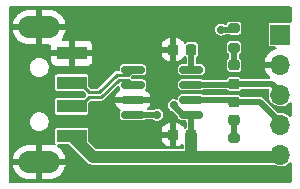
<source format=gtl>
%TF.GenerationSoftware,KiCad,Pcbnew,(6.0.4-0)*%
%TF.CreationDate,2022-04-26T17:29:11+08:00*%
%TF.ProjectId,usb-ttl,7573622d-7474-46c2-9e6b-696361645f70,rev?*%
%TF.SameCoordinates,Original*%
%TF.FileFunction,Copper,L1,Top*%
%TF.FilePolarity,Positive*%
%FSLAX46Y46*%
G04 Gerber Fmt 4.6, Leading zero omitted, Abs format (unit mm)*
G04 Created by KiCad (PCBNEW (6.0.4-0)) date 2022-04-26 17:29:11*
%MOMM*%
%LPD*%
G01*
G04 APERTURE LIST*
G04 Aperture macros list*
%AMRoundRect*
0 Rectangle with rounded corners*
0 $1 Rounding radius*
0 $2 $3 $4 $5 $6 $7 $8 $9 X,Y pos of 4 corners*
0 Add a 4 corners polygon primitive as box body*
4,1,4,$2,$3,$4,$5,$6,$7,$8,$9,$2,$3,0*
0 Add four circle primitives for the rounded corners*
1,1,$1+$1,$2,$3*
1,1,$1+$1,$4,$5*
1,1,$1+$1,$6,$7*
1,1,$1+$1,$8,$9*
0 Add four rect primitives between the rounded corners*
20,1,$1+$1,$2,$3,$4,$5,0*
20,1,$1+$1,$4,$5,$6,$7,0*
20,1,$1+$1,$6,$7,$8,$9,0*
20,1,$1+$1,$8,$9,$2,$3,0*%
G04 Aperture macros list end*
%TA.AperFunction,SMDPad,CuDef*%
%ADD10RoundRect,0.225000X0.225000X0.250000X-0.225000X0.250000X-0.225000X-0.250000X0.225000X-0.250000X0*%
%TD*%
%TA.AperFunction,SMDPad,CuDef*%
%ADD11RoundRect,0.218750X0.256250X-0.218750X0.256250X0.218750X-0.256250X0.218750X-0.256250X-0.218750X0*%
%TD*%
%TA.AperFunction,SMDPad,CuDef*%
%ADD12RoundRect,0.200000X-0.275000X0.200000X-0.275000X-0.200000X0.275000X-0.200000X0.275000X0.200000X0*%
%TD*%
%TA.AperFunction,SMDPad,CuDef*%
%ADD13RoundRect,0.218750X-0.256250X0.218750X-0.256250X-0.218750X0.256250X-0.218750X0.256250X0.218750X0*%
%TD*%
%TA.AperFunction,SMDPad,CuDef*%
%ADD14RoundRect,0.150000X-0.825000X-0.150000X0.825000X-0.150000X0.825000X0.150000X-0.825000X0.150000X0*%
%TD*%
%TA.AperFunction,SMDPad,CuDef*%
%ADD15RoundRect,0.200000X0.275000X-0.200000X0.275000X0.200000X-0.275000X0.200000X-0.275000X-0.200000X0*%
%TD*%
%TA.AperFunction,ComponentPad*%
%ADD16O,1.700000X1.700000*%
%TD*%
%TA.AperFunction,ComponentPad*%
%ADD17R,1.700000X1.700000*%
%TD*%
%TA.AperFunction,SMDPad,CuDef*%
%ADD18R,2.500000X1.100000*%
%TD*%
%TA.AperFunction,ComponentPad*%
%ADD19O,3.500000X1.900000*%
%TD*%
%TA.AperFunction,ViaPad*%
%ADD20C,0.700000*%
%TD*%
%TA.AperFunction,Conductor*%
%ADD21C,0.500000*%
%TD*%
%TA.AperFunction,Conductor*%
%ADD22C,1.000000*%
%TD*%
%TA.AperFunction,Conductor*%
%ADD23C,0.280000*%
%TD*%
G04 APERTURE END LIST*
D10*
%TO.P,C1,1*%
%TO.N,+5V*%
X175975000Y-95400000D03*
%TO.P,C1,2*%
%TO.N,GND*%
X174425000Y-95400000D03*
%TD*%
D11*
%TO.P,D2,1,K*%
%TO.N,/RXD*%
X179600000Y-91087500D03*
%TO.P,D2,2,A*%
%TO.N,Net-(D2-Pad2)*%
X179600000Y-89512500D03*
%TD*%
D12*
%TO.P,R2,1*%
%TO.N,+5V*%
X179600000Y-86375000D03*
%TO.P,R2,2*%
%TO.N,Net-(D2-Pad2)*%
X179600000Y-88025000D03*
%TD*%
D13*
%TO.P,D1,1,K*%
%TO.N,/TXD*%
X179600000Y-92612500D03*
%TO.P,D1,2,A*%
%TO.N,Net-(D1-Pad2)*%
X179600000Y-94187500D03*
%TD*%
D14*
%TO.P,U1,1,UD+*%
%TO.N,/D+*%
X171025000Y-89895000D03*
%TO.P,U1,2,UD-*%
%TO.N,/D-*%
X171025000Y-91165000D03*
%TO.P,U1,3,GND*%
%TO.N,GND*%
X171025000Y-92435000D03*
%TO.P,U1,4,~{RTS}*%
%TO.N,/RTS*%
X171025000Y-93705000D03*
%TO.P,U1,5,VCC*%
%TO.N,+5V*%
X175975000Y-93705000D03*
%TO.P,U1,6,TXD*%
%TO.N,/TXD*%
X175975000Y-92435000D03*
%TO.P,U1,7,RXD*%
%TO.N,/RXD*%
X175975000Y-91165000D03*
%TO.P,U1,8,V3*%
%TO.N,Net-(C2-Pad1)*%
X175975000Y-89895000D03*
%TD*%
D15*
%TO.P,R1,1*%
%TO.N,+5V*%
X179600000Y-97300000D03*
%TO.P,R1,2*%
%TO.N,Net-(D1-Pad2)*%
X179600000Y-95650000D03*
%TD*%
D16*
%TO.P,J2,5,Pin_5*%
%TO.N,+5V*%
X183525000Y-97080000D03*
%TO.P,J2,4,Pin_4*%
%TO.N,/TXD*%
X183525000Y-94540000D03*
%TO.P,J2,3,Pin_3*%
%TO.N,/RXD*%
X183525000Y-92000000D03*
%TO.P,J2,2,Pin_2*%
%TO.N,GND*%
X183525000Y-89460000D03*
D17*
%TO.P,J2,1,Pin_1*%
%TO.N,/RTS*%
X183525000Y-86920000D03*
%TD*%
D18*
%TO.P,J1,1,VBUS*%
%TO.N,+5V*%
X165850000Y-95500000D03*
%TO.P,J1,2,D-*%
%TO.N,/D-*%
X165850000Y-93000000D03*
%TO.P,J1,3,D+*%
%TO.N,/D+*%
X165850000Y-91000000D03*
%TO.P,J1,4,GND*%
%TO.N,GND*%
X165850000Y-88500000D03*
D19*
%TO.P,J1,5,Shield*%
X163100000Y-86300000D03*
X163100000Y-97700000D03*
%TD*%
D10*
%TO.P,C2,2*%
%TO.N,GND*%
X174425000Y-88200000D03*
%TO.P,C2,1*%
%TO.N,Net-(C2-Pad1)*%
X175975000Y-88200000D03*
%TD*%
D20*
%TO.N,+5V*%
X178500000Y-86500000D03*
X174500000Y-92900000D03*
%TO.N,/RTS*%
X173100000Y-93700000D03*
%TD*%
D21*
%TO.N,+5V*%
X178500000Y-86500000D02*
X179475000Y-86500000D01*
X179475000Y-86500000D02*
X179600000Y-86375000D01*
%TO.N,Net-(D1-Pad2)*%
X179600000Y-95650000D02*
X179600000Y-94187500D01*
%TO.N,Net-(D2-Pad2)*%
X179600000Y-89512500D02*
X179600000Y-88025000D01*
%TO.N,+5V*%
X174500000Y-92950500D02*
X175254500Y-93705000D01*
X175254500Y-93705000D02*
X175975000Y-93705000D01*
%TO.N,/RXD*%
X175975000Y-91165000D02*
X179622500Y-91165000D01*
X179622500Y-91165000D02*
X179700000Y-91087500D01*
X179700000Y-91087500D02*
X182812500Y-91087500D01*
X182812500Y-91087500D02*
X183725000Y-92000000D01*
%TO.N,Net-(C2-Pad1)*%
X175975000Y-88200000D02*
X175975000Y-89895000D01*
%TO.N,+5V*%
X179675000Y-86500000D02*
X179700000Y-86475000D01*
X175975000Y-95400000D02*
X175975000Y-93705000D01*
%TO.N,/RTS*%
X173095000Y-93705000D02*
X173100000Y-93700000D01*
X171025000Y-93705000D02*
X173095000Y-93705000D01*
D22*
%TO.N,+5V*%
X167650000Y-97300000D02*
X176000000Y-97300000D01*
X176000000Y-97300000D02*
X179700000Y-97300000D01*
X175975000Y-95400000D02*
X175975000Y-97275000D01*
X175975000Y-97275000D02*
X176000000Y-97300000D01*
X179700000Y-97300000D02*
X183505000Y-97300000D01*
X183505000Y-97300000D02*
X183725000Y-97080000D01*
X165850000Y-95500000D02*
X167650000Y-97300000D01*
D21*
%TO.N,/TXD*%
X179700000Y-92612500D02*
X181797500Y-92612500D01*
X181797500Y-92612500D02*
X183725000Y-94540000D01*
X175975000Y-92435000D02*
X179522500Y-92435000D01*
X179522500Y-92435000D02*
X179700000Y-92612500D01*
D23*
%TO.N,/D+*%
X167334000Y-91784000D02*
X168193588Y-91784000D01*
X169663589Y-90313999D02*
X170606001Y-90313999D01*
X165850000Y-91000000D02*
X166550000Y-91000000D01*
X170606001Y-90313999D02*
X171025000Y-89895000D01*
%TO.N,/D-*%
X165850000Y-93000000D02*
X166550000Y-93000000D01*
X167334000Y-92216000D02*
X168372532Y-92216000D01*
%TO.N,/D+*%
X168193588Y-91784000D02*
X169663589Y-90313999D01*
%TO.N,/D-*%
X166550000Y-93000000D02*
X167334000Y-92216000D01*
%TO.N,/D+*%
X166550000Y-91000000D02*
X167334000Y-91784000D01*
%TO.N,/D-*%
X168372532Y-92216000D02*
X169842531Y-90746001D01*
X169842531Y-90746001D02*
X170606001Y-90746001D01*
X170606001Y-90746001D02*
X171025000Y-91165000D01*
%TD*%
%TA.AperFunction,Conductor*%
%TO.N,GND*%
G36*
X184416621Y-84545502D02*
G01*
X184463114Y-84599158D01*
X184474500Y-84651500D01*
X184474500Y-85793500D01*
X184454498Y-85861621D01*
X184400842Y-85908114D01*
X184348500Y-85919500D01*
X182660180Y-85919500D01*
X182616278Y-85928233D01*
X182605960Y-85935127D01*
X182605958Y-85935128D01*
X182576815Y-85954601D01*
X182566496Y-85961496D01*
X182559601Y-85971815D01*
X182540128Y-86000958D01*
X182540127Y-86000960D01*
X182533233Y-86011278D01*
X182524500Y-86055180D01*
X182524500Y-87784820D01*
X182533233Y-87828722D01*
X182540127Y-87839040D01*
X182540128Y-87839042D01*
X182547644Y-87850290D01*
X182566496Y-87878504D01*
X182576815Y-87885399D01*
X182605958Y-87904872D01*
X182605960Y-87904873D01*
X182616278Y-87911767D01*
X182660180Y-87920500D01*
X183072703Y-87920500D01*
X183140824Y-87940502D01*
X183187317Y-87994158D01*
X183197421Y-88064432D01*
X183167927Y-88129012D01*
X183111848Y-88166265D01*
X183001868Y-88202212D01*
X182992359Y-88206209D01*
X182803463Y-88304542D01*
X182794738Y-88310036D01*
X182624433Y-88437905D01*
X182616726Y-88444748D01*
X182469590Y-88598717D01*
X182463104Y-88606727D01*
X182343098Y-88782649D01*
X182338000Y-88791623D01*
X182248338Y-88984783D01*
X182244775Y-88994470D01*
X182189389Y-89194183D01*
X182190912Y-89202607D01*
X182203292Y-89206000D01*
X183653000Y-89206000D01*
X183721121Y-89226002D01*
X183767614Y-89279658D01*
X183779000Y-89332000D01*
X183779000Y-89588000D01*
X183758998Y-89656121D01*
X183705342Y-89702614D01*
X183653000Y-89714000D01*
X182208225Y-89714000D01*
X182194694Y-89717973D01*
X182193257Y-89727966D01*
X182223565Y-89862446D01*
X182226645Y-89872275D01*
X182306770Y-90069603D01*
X182311413Y-90078794D01*
X182422694Y-90260388D01*
X182428777Y-90268699D01*
X182568213Y-90429667D01*
X182575579Y-90436881D01*
X182608310Y-90464055D01*
X182647946Y-90522958D01*
X182649444Y-90593939D01*
X182612330Y-90654462D01*
X182548386Y-90685311D01*
X182527826Y-90687000D01*
X180249000Y-90687000D01*
X180180879Y-90666998D01*
X180159982Y-90650173D01*
X180081009Y-90571337D01*
X180081008Y-90571336D01*
X180073640Y-90563981D01*
X180007416Y-90531610D01*
X179971984Y-90514290D01*
X179971983Y-90514290D01*
X179963199Y-90509996D01*
X179953524Y-90508585D01*
X179953522Y-90508584D01*
X179895778Y-90500160D01*
X179895772Y-90500160D01*
X179891251Y-90499500D01*
X179601111Y-90499500D01*
X179308750Y-90499501D01*
X179301963Y-90500500D01*
X179245862Y-90508757D01*
X179245861Y-90508757D01*
X179236175Y-90510183D01*
X179227387Y-90514498D01*
X179227386Y-90514498D01*
X179189845Y-90532930D01*
X179125829Y-90564361D01*
X179118476Y-90571727D01*
X179118473Y-90571729D01*
X179052612Y-90637705D01*
X179038981Y-90651360D01*
X179034409Y-90660714D01*
X179018219Y-90693834D01*
X178970333Y-90746250D01*
X178905019Y-90764500D01*
X177003261Y-90764500D01*
X176952313Y-90753740D01*
X176878993Y-90721325D01*
X176878992Y-90721325D01*
X176870327Y-90717494D01*
X176844646Y-90714500D01*
X175105354Y-90714500D01*
X175101650Y-90714941D01*
X175101647Y-90714941D01*
X175094254Y-90715821D01*
X175079154Y-90717618D01*
X175070514Y-90721456D01*
X175070513Y-90721456D01*
X174988117Y-90758055D01*
X174976847Y-90763061D01*
X174897759Y-90842287D01*
X174893056Y-90852924D01*
X174893055Y-90852926D01*
X174866735Y-90912462D01*
X174852494Y-90944673D01*
X174849500Y-90970354D01*
X174849500Y-91359646D01*
X174852618Y-91385846D01*
X174856456Y-91394486D01*
X174856456Y-91394487D01*
X174893138Y-91477070D01*
X174898061Y-91488153D01*
X174906294Y-91496372D01*
X174906295Y-91496373D01*
X174933610Y-91523640D01*
X174977287Y-91567241D01*
X174987924Y-91571944D01*
X174987926Y-91571945D01*
X175043584Y-91596551D01*
X175079673Y-91612506D01*
X175105354Y-91615500D01*
X176844646Y-91615500D01*
X176848350Y-91615059D01*
X176848353Y-91615059D01*
X176855746Y-91614179D01*
X176870846Y-91612382D01*
X176889821Y-91603954D01*
X176951968Y-91576349D01*
X177003116Y-91565500D01*
X179028635Y-91565500D01*
X179096756Y-91585502D01*
X179117654Y-91602328D01*
X179118599Y-91603271D01*
X179126360Y-91611019D01*
X179170962Y-91632821D01*
X179227591Y-91660502D01*
X179236801Y-91665004D01*
X179246476Y-91666415D01*
X179246478Y-91666416D01*
X179304222Y-91674840D01*
X179304228Y-91674840D01*
X179308749Y-91675500D01*
X179598889Y-91675500D01*
X179891250Y-91675499D01*
X179917710Y-91671604D01*
X179954138Y-91666243D01*
X179954139Y-91666243D01*
X179963825Y-91664817D01*
X179972613Y-91660502D01*
X179972614Y-91660502D01*
X180064826Y-91615227D01*
X180074171Y-91610639D01*
X180081524Y-91603273D01*
X180081527Y-91603271D01*
X180159679Y-91524982D01*
X180221962Y-91490903D01*
X180248852Y-91488000D01*
X182465581Y-91488000D01*
X182533702Y-91508002D01*
X182580195Y-91561658D01*
X182590299Y-91631932D01*
X182585683Y-91652099D01*
X182563984Y-91720502D01*
X182541628Y-91790978D01*
X182519757Y-91985963D01*
X182536175Y-92181483D01*
X182590258Y-92370091D01*
X182593076Y-92375574D01*
X182677123Y-92539113D01*
X182677126Y-92539117D01*
X182679944Y-92544601D01*
X182741597Y-92622388D01*
X182789804Y-92683211D01*
X182798013Y-92703491D01*
X182805725Y-92705169D01*
X182827003Y-92719803D01*
X182851511Y-92740661D01*
X182875451Y-92761035D01*
X182951238Y-92825535D01*
X182956616Y-92828541D01*
X182956618Y-92828542D01*
X182988480Y-92846349D01*
X183122513Y-92921257D01*
X183309118Y-92981889D01*
X183503946Y-93005121D01*
X183510081Y-93004649D01*
X183510083Y-93004649D01*
X183693434Y-92990541D01*
X183693438Y-92990540D01*
X183699576Y-92990068D01*
X183888556Y-92937303D01*
X184063689Y-92848837D01*
X184093515Y-92825535D01*
X184187427Y-92752163D01*
X184218303Y-92728040D01*
X184233590Y-92710330D01*
X184253118Y-92687707D01*
X184312771Y-92649209D01*
X184383767Y-92649073D01*
X184443567Y-92687343D01*
X184473183Y-92751867D01*
X184474500Y-92770037D01*
X184474500Y-93767289D01*
X184454498Y-93835410D01*
X184400842Y-93881903D01*
X184330568Y-93892007D01*
X184265988Y-93862513D01*
X184250856Y-93846923D01*
X184242253Y-93836374D01*
X184238361Y-93831602D01*
X184087180Y-93706535D01*
X183914585Y-93613213D01*
X183778853Y-93571197D01*
X183733039Y-93557015D01*
X183733036Y-93557014D01*
X183727152Y-93555193D01*
X183721027Y-93554549D01*
X183721026Y-93554549D01*
X183538147Y-93535327D01*
X183538146Y-93535327D01*
X183532019Y-93534683D01*
X183452898Y-93541884D01*
X183365371Y-93549849D01*
X183295717Y-93536104D01*
X183264856Y-93513463D01*
X182656245Y-92904852D01*
X182637773Y-92871025D01*
X182618362Y-92864389D01*
X182601963Y-92850570D01*
X182058409Y-92307016D01*
X182058405Y-92307013D01*
X182035842Y-92284450D01*
X182016246Y-92274465D01*
X181999393Y-92264139D01*
X181981590Y-92251204D01*
X181960666Y-92244405D01*
X181942406Y-92236841D01*
X181931641Y-92231356D01*
X181931637Y-92231355D01*
X181922804Y-92226854D01*
X181913013Y-92225303D01*
X181913012Y-92225303D01*
X181901078Y-92223413D01*
X181881853Y-92218797D01*
X181870368Y-92215065D01*
X181870364Y-92215064D01*
X181860933Y-92212000D01*
X180249000Y-92212000D01*
X180180879Y-92191998D01*
X180159982Y-92175173D01*
X180081009Y-92096337D01*
X180081008Y-92096336D01*
X180073640Y-92088981D01*
X179981687Y-92044033D01*
X179971984Y-92039290D01*
X179971983Y-92039290D01*
X179963199Y-92034996D01*
X179953524Y-92033585D01*
X179953522Y-92033584D01*
X179895778Y-92025160D01*
X179895772Y-92025160D01*
X179891251Y-92024500D01*
X179601111Y-92024500D01*
X179308750Y-92024501D01*
X179252644Y-92032759D01*
X179249940Y-92033157D01*
X179231592Y-92034500D01*
X177003261Y-92034500D01*
X176952313Y-92023740D01*
X176878993Y-91991325D01*
X176878992Y-91991325D01*
X176870327Y-91987494D01*
X176844646Y-91984500D01*
X175105354Y-91984500D01*
X175101650Y-91984941D01*
X175101647Y-91984941D01*
X175094254Y-91985821D01*
X175079154Y-91987618D01*
X175070514Y-91991456D01*
X175070513Y-91991456D01*
X174987482Y-92028337D01*
X174976847Y-92033061D01*
X174897759Y-92112287D01*
X174852494Y-92214673D01*
X174849500Y-92240354D01*
X174849500Y-92312882D01*
X174829498Y-92381003D01*
X174775842Y-92427496D01*
X174705568Y-92437600D01*
X174687398Y-92433599D01*
X174622207Y-92414103D01*
X174574739Y-92399907D01*
X174565763Y-92399852D01*
X174565762Y-92399852D01*
X174505555Y-92399484D01*
X174431376Y-92399031D01*
X174293529Y-92438428D01*
X174172280Y-92514930D01*
X174077377Y-92622388D01*
X174016447Y-92752163D01*
X174013664Y-92770037D01*
X173996770Y-92878544D01*
X173994391Y-92893823D01*
X173995555Y-92902725D01*
X173995555Y-92902728D01*
X174000293Y-92938960D01*
X174012980Y-93035979D01*
X174070720Y-93167203D01*
X174076497Y-93174076D01*
X174076498Y-93174077D01*
X174157190Y-93270072D01*
X174162970Y-93276948D01*
X174282313Y-93356390D01*
X174290879Y-93359066D01*
X174290881Y-93359067D01*
X174335884Y-93373126D01*
X174387407Y-93404299D01*
X174814144Y-93831036D01*
X174848170Y-93893348D01*
X174850166Y-93905241D01*
X174852618Y-93925846D01*
X174856456Y-93934486D01*
X174856456Y-93934487D01*
X174878295Y-93983653D01*
X174898061Y-94028153D01*
X174977287Y-94107241D01*
X174987924Y-94111944D01*
X174987926Y-94111945D01*
X175037870Y-94134025D01*
X175079673Y-94152506D01*
X175105354Y-94155500D01*
X175448500Y-94155500D01*
X175516621Y-94175502D01*
X175563114Y-94229158D01*
X175574500Y-94281500D01*
X175574500Y-94744795D01*
X175554498Y-94812916D01*
X175528342Y-94840417D01*
X175528387Y-94840462D01*
X175521032Y-94847830D01*
X175512551Y-94856325D01*
X175450268Y-94890403D01*
X175379448Y-94885398D01*
X175322576Y-94842900D01*
X175316236Y-94833608D01*
X175232212Y-94697827D01*
X175223176Y-94686426D01*
X175112571Y-94576014D01*
X175101160Y-94567002D01*
X174968120Y-94484996D01*
X174954939Y-94478849D01*
X174806186Y-94429509D01*
X174792810Y-94426642D01*
X174701903Y-94417328D01*
X174696874Y-94417071D01*
X174681876Y-94421475D01*
X174680671Y-94422865D01*
X174679000Y-94430548D01*
X174679000Y-96364885D01*
X174683475Y-96380124D01*
X174684865Y-96381329D01*
X174692548Y-96383000D01*
X174695438Y-96383000D01*
X174701953Y-96382663D01*
X174794057Y-96373106D01*
X174807456Y-96370212D01*
X174956107Y-96320619D01*
X174969286Y-96314445D01*
X175102173Y-96232212D01*
X175119311Y-96218629D01*
X175121159Y-96220961D01*
X175171584Y-96193356D01*
X175242405Y-96198345D01*
X175299287Y-96240830D01*
X175324169Y-96307324D01*
X175324500Y-96316448D01*
X175324500Y-96523500D01*
X175304498Y-96591621D01*
X175250842Y-96638114D01*
X175198500Y-96649500D01*
X167971636Y-96649500D01*
X167903515Y-96629498D01*
X167882541Y-96612595D01*
X167287405Y-96017459D01*
X167253379Y-95955147D01*
X167250500Y-95928364D01*
X167250500Y-95695438D01*
X173467000Y-95695438D01*
X173467337Y-95701953D01*
X173476894Y-95794057D01*
X173479788Y-95807456D01*
X173529381Y-95956107D01*
X173535555Y-95969286D01*
X173617788Y-96102173D01*
X173626824Y-96113574D01*
X173737429Y-96223986D01*
X173748840Y-96232998D01*
X173881880Y-96315004D01*
X173895061Y-96321151D01*
X174043814Y-96370491D01*
X174057190Y-96373358D01*
X174148097Y-96382672D01*
X174153126Y-96382929D01*
X174168124Y-96378525D01*
X174169329Y-96377135D01*
X174171000Y-96369452D01*
X174171000Y-95672115D01*
X174166525Y-95656876D01*
X174165135Y-95655671D01*
X174157452Y-95654000D01*
X173485115Y-95654000D01*
X173469876Y-95658475D01*
X173468671Y-95659865D01*
X173467000Y-95667548D01*
X173467000Y-95695438D01*
X167250500Y-95695438D01*
X167250500Y-95127885D01*
X173467000Y-95127885D01*
X173471475Y-95143124D01*
X173472865Y-95144329D01*
X173480548Y-95146000D01*
X174152885Y-95146000D01*
X174168124Y-95141525D01*
X174169329Y-95140135D01*
X174171000Y-95132452D01*
X174171000Y-94435115D01*
X174166525Y-94419876D01*
X174165135Y-94418671D01*
X174157452Y-94417000D01*
X174154562Y-94417000D01*
X174148047Y-94417337D01*
X174055943Y-94426894D01*
X174042544Y-94429788D01*
X173893893Y-94479381D01*
X173880714Y-94485555D01*
X173747827Y-94567788D01*
X173736426Y-94576824D01*
X173626014Y-94687429D01*
X173617002Y-94698840D01*
X173534996Y-94831880D01*
X173528849Y-94845061D01*
X173479509Y-94993814D01*
X173476642Y-95007190D01*
X173467328Y-95098097D01*
X173467000Y-95104514D01*
X173467000Y-95127885D01*
X167250500Y-95127885D01*
X167250500Y-94935180D01*
X167241767Y-94891278D01*
X167234873Y-94880960D01*
X167234872Y-94880958D01*
X167215399Y-94851815D01*
X167208504Y-94841496D01*
X167194113Y-94831880D01*
X167169042Y-94815128D01*
X167169040Y-94815127D01*
X167158722Y-94808233D01*
X167114820Y-94799500D01*
X164585180Y-94799500D01*
X164541278Y-94808233D01*
X164530960Y-94815127D01*
X164530958Y-94815128D01*
X164505887Y-94831880D01*
X164491496Y-94841496D01*
X164484601Y-94851815D01*
X164465128Y-94880958D01*
X164465127Y-94880960D01*
X164458233Y-94891278D01*
X164449500Y-94935180D01*
X164449500Y-96064820D01*
X164458233Y-96108722D01*
X164465128Y-96119042D01*
X164469876Y-96130503D01*
X164466831Y-96131764D01*
X164482049Y-96180372D01*
X164463263Y-96248838D01*
X164410444Y-96296279D01*
X164340361Y-96307633D01*
X164322397Y-96304033D01*
X164179121Y-96264299D01*
X164169001Y-96262368D01*
X163981748Y-96242356D01*
X163975056Y-96242000D01*
X163372115Y-96242000D01*
X163356876Y-96246475D01*
X163355671Y-96247865D01*
X163354000Y-96255548D01*
X163354000Y-97427885D01*
X163358475Y-97443124D01*
X163359865Y-97444329D01*
X163367548Y-97446000D01*
X165318067Y-97446000D01*
X165331411Y-97442082D01*
X165333398Y-97427806D01*
X165323950Y-97366067D01*
X165321561Y-97356039D01*
X165250290Y-97137984D01*
X165246293Y-97128475D01*
X165140367Y-96924993D01*
X165134873Y-96916268D01*
X164997131Y-96732813D01*
X164990288Y-96725106D01*
X164824431Y-96566609D01*
X164816425Y-96560126D01*
X164626530Y-96430589D01*
X164581527Y-96375677D01*
X164573356Y-96305152D01*
X164604610Y-96241405D01*
X164665367Y-96204675D01*
X164697534Y-96200500D01*
X165578364Y-96200500D01*
X165646485Y-96220502D01*
X165667459Y-96237405D01*
X167132752Y-97702698D01*
X167140593Y-97711315D01*
X167144798Y-97717940D01*
X167150577Y-97723367D01*
X167150578Y-97723368D01*
X167195816Y-97765849D01*
X167198658Y-97768604D01*
X167218965Y-97788911D01*
X167222096Y-97791340D01*
X167222102Y-97791345D01*
X167222377Y-97791558D01*
X167231390Y-97799255D01*
X167264607Y-97830448D01*
X167271554Y-97834267D01*
X167283066Y-97840596D01*
X167299590Y-97851450D01*
X167316236Y-97864362D01*
X167350681Y-97879268D01*
X167358041Y-97882453D01*
X167368700Y-97887675D01*
X167401686Y-97905809D01*
X167401690Y-97905810D01*
X167408632Y-97909627D01*
X167416305Y-97911597D01*
X167416307Y-97911598D01*
X167429036Y-97914866D01*
X167447740Y-97921270D01*
X167459793Y-97926486D01*
X167459802Y-97926489D01*
X167467073Y-97929635D01*
X167474901Y-97930875D01*
X167474902Y-97930875D01*
X167512067Y-97936761D01*
X167523693Y-97939169D01*
X167560146Y-97948529D01*
X167560147Y-97948529D01*
X167567823Y-97950500D01*
X167588890Y-97950500D01*
X167608602Y-97952051D01*
X167629405Y-97955346D01*
X167637297Y-97954600D01*
X167674756Y-97951059D01*
X167686614Y-97950500D01*
X175938890Y-97950500D01*
X175958602Y-97952051D01*
X175979405Y-97955346D01*
X175987297Y-97954600D01*
X176024756Y-97951059D01*
X176036614Y-97950500D01*
X182998874Y-97950500D01*
X183060344Y-97966512D01*
X183070511Y-97972194D01*
X183122513Y-98001257D01*
X183309118Y-98061889D01*
X183503946Y-98085121D01*
X183510081Y-98084649D01*
X183510083Y-98084649D01*
X183693434Y-98070541D01*
X183693438Y-98070540D01*
X183699576Y-98070068D01*
X183888556Y-98017303D01*
X184063689Y-97928837D01*
X184073375Y-97921270D01*
X184184734Y-97834267D01*
X184218303Y-97808040D01*
X184225878Y-97799264D01*
X184253118Y-97767707D01*
X184312771Y-97729209D01*
X184383767Y-97729073D01*
X184443567Y-97767343D01*
X184473183Y-97831867D01*
X184474500Y-97850037D01*
X184474500Y-99348500D01*
X184454498Y-99416621D01*
X184400842Y-99463114D01*
X184348500Y-99474500D01*
X160651500Y-99474500D01*
X160583379Y-99454498D01*
X160536886Y-99400842D01*
X160525500Y-99348500D01*
X160525500Y-97972194D01*
X160866602Y-97972194D01*
X160876050Y-98033933D01*
X160878439Y-98043961D01*
X160949710Y-98262016D01*
X160953707Y-98271525D01*
X161059633Y-98475007D01*
X161065127Y-98483732D01*
X161202869Y-98667187D01*
X161209712Y-98674894D01*
X161375569Y-98833391D01*
X161383575Y-98839874D01*
X161573094Y-98969155D01*
X161582053Y-98974244D01*
X161790145Y-99070837D01*
X161799813Y-99074394D01*
X162020879Y-99135701D01*
X162030999Y-99137632D01*
X162218252Y-99157644D01*
X162224944Y-99158000D01*
X162827885Y-99158000D01*
X162843124Y-99153525D01*
X162844329Y-99152135D01*
X162846000Y-99144452D01*
X162846000Y-99139885D01*
X163354000Y-99139885D01*
X163358475Y-99155124D01*
X163359865Y-99156329D01*
X163367548Y-99158000D01*
X163958190Y-99158000D01*
X163963363Y-99157788D01*
X164133794Y-99143776D01*
X164143956Y-99142093D01*
X164366461Y-99086204D01*
X164376216Y-99082883D01*
X164586590Y-98991409D01*
X164595688Y-98986531D01*
X164788301Y-98861925D01*
X164796461Y-98855641D01*
X164966149Y-98701237D01*
X164973170Y-98693707D01*
X165115356Y-98513668D01*
X165121061Y-98505081D01*
X165231926Y-98304250D01*
X165236156Y-98294838D01*
X165312736Y-98078584D01*
X165315365Y-98068634D01*
X165332607Y-97971836D01*
X165331148Y-97958540D01*
X165316592Y-97954000D01*
X163372115Y-97954000D01*
X163356876Y-97958475D01*
X163355671Y-97959865D01*
X163354000Y-97967548D01*
X163354000Y-99139885D01*
X162846000Y-99139885D01*
X162846000Y-97972115D01*
X162841525Y-97956876D01*
X162840135Y-97955671D01*
X162832452Y-97954000D01*
X160881933Y-97954000D01*
X160868589Y-97957918D01*
X160866602Y-97972194D01*
X160525500Y-97972194D01*
X160525500Y-97428164D01*
X160867393Y-97428164D01*
X160868852Y-97441460D01*
X160883408Y-97446000D01*
X162827885Y-97446000D01*
X162843124Y-97441525D01*
X162844329Y-97440135D01*
X162846000Y-97432452D01*
X162846000Y-96260115D01*
X162841525Y-96244876D01*
X162840135Y-96243671D01*
X162832452Y-96242000D01*
X162241810Y-96242000D01*
X162236637Y-96242212D01*
X162066206Y-96256224D01*
X162056044Y-96257907D01*
X161833539Y-96313796D01*
X161823784Y-96317117D01*
X161613410Y-96408591D01*
X161604312Y-96413469D01*
X161411699Y-96538075D01*
X161403539Y-96544359D01*
X161233851Y-96698763D01*
X161226830Y-96706293D01*
X161084644Y-96886332D01*
X161078939Y-96894919D01*
X160968074Y-97095750D01*
X160963844Y-97105162D01*
X160887264Y-97321416D01*
X160884635Y-97331366D01*
X160867393Y-97428164D01*
X160525500Y-97428164D01*
X160525500Y-94294376D01*
X162294455Y-94294376D01*
X162295191Y-94301379D01*
X162295191Y-94301380D01*
X162310371Y-94445808D01*
X162313227Y-94472983D01*
X162315498Y-94479654D01*
X162367200Y-94631527D01*
X162371103Y-94642993D01*
X162465206Y-94795955D01*
X162470132Y-94800986D01*
X162470135Y-94800989D01*
X162519908Y-94851815D01*
X162590859Y-94924268D01*
X162596784Y-94928087D01*
X162596786Y-94928088D01*
X162607791Y-94935180D01*
X162741817Y-95021554D01*
X162748437Y-95023963D01*
X162748440Y-95023965D01*
X162903961Y-95080570D01*
X162903964Y-95080571D01*
X162910578Y-95082978D01*
X162937121Y-95086331D01*
X163045355Y-95100004D01*
X163045358Y-95100004D01*
X163049283Y-95100500D01*
X163145155Y-95100500D01*
X163278472Y-95085546D01*
X163285847Y-95082978D01*
X163401739Y-95042620D01*
X163448073Y-95026485D01*
X163455965Y-95021554D01*
X163594401Y-94935049D01*
X163600375Y-94931316D01*
X163684446Y-94847830D01*
X163722810Y-94809733D01*
X163722813Y-94809729D01*
X163727807Y-94804770D01*
X163824037Y-94653136D01*
X163837871Y-94614286D01*
X163881919Y-94490586D01*
X163881920Y-94490581D01*
X163884281Y-94483951D01*
X163885114Y-94476965D01*
X163885115Y-94476961D01*
X163902522Y-94330978D01*
X163905545Y-94305624D01*
X163903010Y-94281500D01*
X163887510Y-94134025D01*
X163887509Y-94134021D01*
X163886773Y-94127017D01*
X163857040Y-94039676D01*
X163831168Y-93963677D01*
X163831167Y-93963674D01*
X163828897Y-93957007D01*
X163734794Y-93804045D01*
X163729868Y-93799014D01*
X163729865Y-93799011D01*
X163643154Y-93710465D01*
X163609141Y-93675732D01*
X163602322Y-93671337D01*
X163464109Y-93582265D01*
X163458183Y-93578446D01*
X163451563Y-93576037D01*
X163451560Y-93576035D01*
X163420747Y-93564820D01*
X164449500Y-93564820D01*
X164458233Y-93608722D01*
X164465127Y-93619040D01*
X164465128Y-93619042D01*
X164484601Y-93648185D01*
X164491496Y-93658504D01*
X164501815Y-93665399D01*
X164530958Y-93684872D01*
X164530960Y-93684873D01*
X164541278Y-93691767D01*
X164585180Y-93700500D01*
X167114820Y-93700500D01*
X167158722Y-93691767D01*
X167169040Y-93684873D01*
X167169042Y-93684872D01*
X167198185Y-93665399D01*
X167208504Y-93658504D01*
X167215399Y-93648185D01*
X167234872Y-93619042D01*
X167234873Y-93619040D01*
X167241767Y-93608722D01*
X167250500Y-93564820D01*
X167250500Y-92762520D01*
X167268602Y-92700871D01*
X169548456Y-92700871D01*
X169589107Y-92840790D01*
X169595352Y-92855221D01*
X169671911Y-92984678D01*
X169681551Y-92997104D01*
X169787896Y-93103449D01*
X169800322Y-93113089D01*
X169922403Y-93185286D01*
X169970855Y-93237179D01*
X169983561Y-93307029D01*
X169962228Y-93364927D01*
X169955981Y-93374051D01*
X169947759Y-93382287D01*
X169902494Y-93484673D01*
X169899500Y-93510354D01*
X169899500Y-93899646D01*
X169902618Y-93925846D01*
X169906456Y-93934486D01*
X169906456Y-93934487D01*
X169928295Y-93983653D01*
X169948061Y-94028153D01*
X170027287Y-94107241D01*
X170037924Y-94111944D01*
X170037926Y-94111945D01*
X170087870Y-94134025D01*
X170129673Y-94152506D01*
X170155354Y-94155500D01*
X171894646Y-94155500D01*
X171898350Y-94155059D01*
X171898353Y-94155059D01*
X171905746Y-94154179D01*
X171920846Y-94152382D01*
X171939821Y-94143954D01*
X172001968Y-94116349D01*
X172053116Y-94105500D01*
X172767761Y-94105500D01*
X172837580Y-94126613D01*
X172872448Y-94149823D01*
X172882313Y-94156390D01*
X173019157Y-94199142D01*
X173028129Y-94199306D01*
X173028132Y-94199307D01*
X173093463Y-94200504D01*
X173162499Y-94201770D01*
X173171533Y-94199307D01*
X173292158Y-94166421D01*
X173292160Y-94166420D01*
X173300817Y-94164060D01*
X173422991Y-94089045D01*
X173478506Y-94027713D01*
X173513178Y-93989407D01*
X173519200Y-93982754D01*
X173562517Y-93893348D01*
X173577795Y-93861814D01*
X173577795Y-93861813D01*
X173581710Y-93853733D01*
X173605496Y-93712354D01*
X173605647Y-93700000D01*
X173593218Y-93613213D01*
X173586596Y-93566968D01*
X173586595Y-93566965D01*
X173585323Y-93558082D01*
X173525984Y-93427572D01*
X173505931Y-93404299D01*
X173438260Y-93325763D01*
X173438257Y-93325760D01*
X173432400Y-93318963D01*
X173312095Y-93240985D01*
X173174739Y-93199907D01*
X173165763Y-93199852D01*
X173165762Y-93199852D01*
X173105555Y-93199484D01*
X173031376Y-93199031D01*
X172893529Y-93238428D01*
X172843376Y-93270072D01*
X172819618Y-93285062D01*
X172752383Y-93304500D01*
X172365243Y-93304500D01*
X172297122Y-93284498D01*
X172250629Y-93230842D01*
X172240525Y-93160568D01*
X172270019Y-93095988D01*
X172276148Y-93089405D01*
X172368449Y-92997104D01*
X172378089Y-92984678D01*
X172454648Y-92855221D01*
X172460893Y-92840790D01*
X172499939Y-92706395D01*
X172499899Y-92692294D01*
X172492630Y-92689000D01*
X169563122Y-92689000D01*
X169549591Y-92692973D01*
X169548456Y-92700871D01*
X167268602Y-92700871D01*
X167270502Y-92694399D01*
X167287405Y-92673425D01*
X167417425Y-92543405D01*
X167479737Y-92509379D01*
X167506520Y-92506500D01*
X168322080Y-92506500D01*
X168324442Y-92506674D01*
X168329360Y-92508362D01*
X168340982Y-92507926D01*
X168340984Y-92507926D01*
X168376586Y-92506589D01*
X168381313Y-92506500D01*
X168399551Y-92506500D01*
X168404174Y-92505639D01*
X168407310Y-92505436D01*
X168437504Y-92504302D01*
X168448192Y-92499710D01*
X168453898Y-92498424D01*
X168462018Y-92495957D01*
X168467484Y-92493848D01*
X168478923Y-92491718D01*
X168488824Y-92485615D01*
X168488826Y-92485614D01*
X168498948Y-92479374D01*
X168515329Y-92470865D01*
X168528767Y-92465092D01*
X168528769Y-92465091D01*
X168536936Y-92461582D01*
X168541656Y-92457705D01*
X168543847Y-92455514D01*
X168546111Y-92453461D01*
X168546303Y-92453673D01*
X168553355Y-92448098D01*
X168561144Y-92441035D01*
X168571047Y-92434931D01*
X168578087Y-92425673D01*
X168578089Y-92425671D01*
X168586885Y-92414103D01*
X168598086Y-92401275D01*
X169688333Y-91311028D01*
X169750645Y-91277002D01*
X169821460Y-91282067D01*
X169878296Y-91324614D01*
X169895747Y-91368235D01*
X169898995Y-91367342D01*
X169901501Y-91376459D01*
X169902618Y-91385846D01*
X169906456Y-91394486D01*
X169906456Y-91394487D01*
X169943138Y-91477070D01*
X169948061Y-91488153D01*
X169956296Y-91496374D01*
X169962138Y-91504874D01*
X169984237Y-91572343D01*
X169966351Y-91641050D01*
X169922436Y-91684694D01*
X169800323Y-91756911D01*
X169787896Y-91766551D01*
X169681551Y-91872896D01*
X169671911Y-91885322D01*
X169595352Y-92014779D01*
X169589107Y-92029210D01*
X169550061Y-92163605D01*
X169550101Y-92177706D01*
X169557370Y-92181000D01*
X172486878Y-92181000D01*
X172500409Y-92177027D01*
X172501544Y-92169129D01*
X172460893Y-92029210D01*
X172454648Y-92014779D01*
X172378089Y-91885322D01*
X172368449Y-91872896D01*
X172262104Y-91766551D01*
X172249678Y-91756911D01*
X172127597Y-91684714D01*
X172079145Y-91632821D01*
X172066439Y-91562971D01*
X172087772Y-91505073D01*
X172094019Y-91495949D01*
X172102241Y-91487713D01*
X172147506Y-91385327D01*
X172150500Y-91359646D01*
X172150500Y-90970354D01*
X172147382Y-90944154D01*
X172101939Y-90841847D01*
X172022713Y-90762759D01*
X172012076Y-90758056D01*
X172012074Y-90758055D01*
X171940028Y-90726204D01*
X171920327Y-90717494D01*
X171894646Y-90714500D01*
X171037519Y-90714500D01*
X170969398Y-90694498D01*
X170948424Y-90677595D01*
X170889924Y-90619095D01*
X170855898Y-90556783D01*
X170860963Y-90485968D01*
X170889924Y-90440905D01*
X170948424Y-90382405D01*
X171010736Y-90348379D01*
X171037519Y-90345500D01*
X171894646Y-90345500D01*
X171898350Y-90345059D01*
X171898353Y-90345059D01*
X171905746Y-90344179D01*
X171920846Y-90342382D01*
X171945760Y-90331316D01*
X172012518Y-90301663D01*
X172023153Y-90296939D01*
X172102241Y-90217713D01*
X172107964Y-90204770D01*
X172143675Y-90123992D01*
X172147506Y-90115327D01*
X172150500Y-90089646D01*
X172150500Y-89700354D01*
X172147382Y-89674154D01*
X172101939Y-89571847D01*
X172022713Y-89492759D01*
X172012076Y-89488056D01*
X172012074Y-89488055D01*
X171952538Y-89461735D01*
X171920327Y-89447494D01*
X171894646Y-89444500D01*
X170155354Y-89444500D01*
X170151650Y-89444941D01*
X170151647Y-89444941D01*
X170144254Y-89445821D01*
X170129154Y-89447618D01*
X170026847Y-89493061D01*
X170018628Y-89501294D01*
X170018627Y-89501295D01*
X169996921Y-89523039D01*
X169947759Y-89572287D01*
X169902494Y-89674673D01*
X169899500Y-89700354D01*
X169899500Y-89897499D01*
X169879498Y-89965620D01*
X169825842Y-90012113D01*
X169773500Y-90023499D01*
X169714039Y-90023499D01*
X169711678Y-90023326D01*
X169706760Y-90021637D01*
X169659603Y-90023408D01*
X169659546Y-90023410D01*
X169654818Y-90023499D01*
X169636570Y-90023499D01*
X169631947Y-90024360D01*
X169628792Y-90024565D01*
X169624238Y-90024736D01*
X169610241Y-90025261D01*
X169610239Y-90025262D01*
X169598617Y-90025698D01*
X169587931Y-90030289D01*
X169582216Y-90031577D01*
X169574081Y-90034049D01*
X169568633Y-90036151D01*
X169557198Y-90038281D01*
X169547298Y-90044384D01*
X169547295Y-90044385D01*
X169537174Y-90050624D01*
X169520794Y-90059133D01*
X169507362Y-90064904D01*
X169499185Y-90068417D01*
X169494465Y-90072294D01*
X169492278Y-90074481D01*
X169490010Y-90076538D01*
X169489818Y-90076326D01*
X169482766Y-90081901D01*
X169474977Y-90088964D01*
X169465074Y-90095068D01*
X169458034Y-90104326D01*
X169458032Y-90104328D01*
X169449236Y-90115896D01*
X169438035Y-90128724D01*
X168110164Y-91456595D01*
X168047852Y-91490621D01*
X168021069Y-91493500D01*
X167506519Y-91493500D01*
X167438398Y-91473498D01*
X167417424Y-91456595D01*
X167287405Y-91326576D01*
X167253379Y-91264264D01*
X167250500Y-91237481D01*
X167250500Y-90435180D01*
X167241767Y-90391278D01*
X167234873Y-90380960D01*
X167234872Y-90380958D01*
X167215399Y-90351815D01*
X167208504Y-90341496D01*
X167198185Y-90334601D01*
X167169042Y-90315128D01*
X167169040Y-90315127D01*
X167158722Y-90308233D01*
X167114820Y-90299500D01*
X164585180Y-90299500D01*
X164541278Y-90308233D01*
X164530960Y-90315127D01*
X164530958Y-90315128D01*
X164501815Y-90334601D01*
X164491496Y-90341496D01*
X164484601Y-90351815D01*
X164465128Y-90380958D01*
X164465127Y-90380960D01*
X164458233Y-90391278D01*
X164449500Y-90435180D01*
X164449500Y-91564820D01*
X164458233Y-91608722D01*
X164465127Y-91619040D01*
X164465128Y-91619042D01*
X164484601Y-91648185D01*
X164491496Y-91658504D01*
X164501815Y-91665399D01*
X164530958Y-91684872D01*
X164530960Y-91684873D01*
X164541278Y-91691767D01*
X164585180Y-91700500D01*
X166787480Y-91700500D01*
X166855601Y-91720502D01*
X166876575Y-91737405D01*
X167050076Y-91910906D01*
X167084102Y-91973218D01*
X167079037Y-92044033D01*
X167050080Y-92089091D01*
X166876574Y-92262597D01*
X166814264Y-92296621D01*
X166787481Y-92299500D01*
X164585180Y-92299500D01*
X164541278Y-92308233D01*
X164530960Y-92315127D01*
X164530958Y-92315128D01*
X164501815Y-92334601D01*
X164491496Y-92341496D01*
X164484601Y-92351815D01*
X164465128Y-92380958D01*
X164465127Y-92380960D01*
X164458233Y-92391278D01*
X164449500Y-92435180D01*
X164449500Y-93564820D01*
X163420747Y-93564820D01*
X163296039Y-93519430D01*
X163296036Y-93519429D01*
X163289422Y-93517022D01*
X163232692Y-93509856D01*
X163154645Y-93499996D01*
X163154642Y-93499996D01*
X163150717Y-93499500D01*
X163054845Y-93499500D01*
X162921528Y-93514454D01*
X162914875Y-93516771D01*
X162914874Y-93516771D01*
X162859357Y-93536104D01*
X162751927Y-93573515D01*
X162745953Y-93577248D01*
X162745951Y-93577249D01*
X162632430Y-93648185D01*
X162599625Y-93668684D01*
X162550821Y-93717149D01*
X162477190Y-93790267D01*
X162477187Y-93790271D01*
X162472193Y-93795230D01*
X162468419Y-93801176D01*
X162468418Y-93801178D01*
X162446694Y-93835410D01*
X162375963Y-93946864D01*
X162373598Y-93953506D01*
X162318081Y-94109414D01*
X162318080Y-94109419D01*
X162315719Y-94116049D01*
X162314886Y-94123035D01*
X162314885Y-94123039D01*
X162306130Y-94196464D01*
X162294455Y-94294376D01*
X160525500Y-94294376D01*
X160525500Y-89694376D01*
X162294455Y-89694376D01*
X162295191Y-89701379D01*
X162295191Y-89701380D01*
X162312120Y-89862446D01*
X162313227Y-89872983D01*
X162315498Y-89879654D01*
X162367217Y-90031577D01*
X162371103Y-90042993D01*
X162374793Y-90048991D01*
X162374794Y-90048993D01*
X162406481Y-90100499D01*
X162465206Y-90195955D01*
X162470132Y-90200986D01*
X162470135Y-90200989D01*
X162494574Y-90225945D01*
X162590859Y-90324268D01*
X162596784Y-90328087D01*
X162596786Y-90328088D01*
X162735891Y-90417735D01*
X162741817Y-90421554D01*
X162748437Y-90423963D01*
X162748440Y-90423965D01*
X162903961Y-90480570D01*
X162903964Y-90480571D01*
X162910578Y-90482978D01*
X162937121Y-90486331D01*
X163045355Y-90500004D01*
X163045358Y-90500004D01*
X163049283Y-90500500D01*
X163145155Y-90500500D01*
X163278472Y-90485546D01*
X163285847Y-90482978D01*
X163406664Y-90440905D01*
X163448073Y-90426485D01*
X163455965Y-90421554D01*
X163594401Y-90335049D01*
X163600375Y-90331316D01*
X163706484Y-90225945D01*
X163722810Y-90209733D01*
X163722813Y-90209729D01*
X163727807Y-90204770D01*
X163824037Y-90053136D01*
X163858438Y-89956527D01*
X163881919Y-89890586D01*
X163881920Y-89890581D01*
X163884281Y-89883951D01*
X163885114Y-89876965D01*
X163885115Y-89876961D01*
X163904711Y-89712617D01*
X163905545Y-89705624D01*
X163904809Y-89698620D01*
X163887510Y-89534025D01*
X163887509Y-89534021D01*
X163886773Y-89527017D01*
X163875801Y-89494786D01*
X163831168Y-89363677D01*
X163831167Y-89363674D01*
X163828897Y-89357007D01*
X163734794Y-89204045D01*
X163729868Y-89199014D01*
X163729865Y-89199011D01*
X163627685Y-89094669D01*
X164092001Y-89094669D01*
X164092371Y-89101490D01*
X164097895Y-89152352D01*
X164101521Y-89167604D01*
X164146676Y-89288054D01*
X164155214Y-89303649D01*
X164231715Y-89405724D01*
X164244276Y-89418285D01*
X164346351Y-89494786D01*
X164361946Y-89503324D01*
X164482394Y-89548478D01*
X164497649Y-89552105D01*
X164548514Y-89557631D01*
X164555328Y-89558000D01*
X165577885Y-89558000D01*
X165593124Y-89553525D01*
X165594329Y-89552135D01*
X165596000Y-89544452D01*
X165596000Y-89539884D01*
X166104000Y-89539884D01*
X166108475Y-89555123D01*
X166109865Y-89556328D01*
X166117548Y-89557999D01*
X167144669Y-89557999D01*
X167151490Y-89557629D01*
X167202352Y-89552105D01*
X167217604Y-89548479D01*
X167338054Y-89503324D01*
X167353649Y-89494786D01*
X167455724Y-89418285D01*
X167468285Y-89405724D01*
X167544786Y-89303649D01*
X167553324Y-89288054D01*
X167598478Y-89167606D01*
X167602105Y-89152351D01*
X167607631Y-89101486D01*
X167608000Y-89094672D01*
X167608000Y-88772115D01*
X167603525Y-88756876D01*
X167602135Y-88755671D01*
X167594452Y-88754000D01*
X166122115Y-88754000D01*
X166106876Y-88758475D01*
X166105671Y-88759865D01*
X166104000Y-88767548D01*
X166104000Y-89539884D01*
X165596000Y-89539884D01*
X165596000Y-88772115D01*
X165591525Y-88756876D01*
X165590135Y-88755671D01*
X165582452Y-88754000D01*
X164110116Y-88754000D01*
X164094877Y-88758475D01*
X164093672Y-88759865D01*
X164092001Y-88767548D01*
X164092001Y-89094669D01*
X163627685Y-89094669D01*
X163618387Y-89085174D01*
X163609141Y-89075732D01*
X163597878Y-89068473D01*
X163464109Y-88982265D01*
X163458183Y-88978446D01*
X163451563Y-88976037D01*
X163451560Y-88976035D01*
X163296039Y-88919430D01*
X163296036Y-88919429D01*
X163289422Y-88917022D01*
X163232692Y-88909856D01*
X163154645Y-88899996D01*
X163154642Y-88899996D01*
X163150717Y-88899500D01*
X163054845Y-88899500D01*
X162921528Y-88914454D01*
X162914875Y-88916771D01*
X162914874Y-88916771D01*
X162848462Y-88939898D01*
X162751927Y-88973515D01*
X162745953Y-88977248D01*
X162745951Y-88977249D01*
X162657992Y-89032212D01*
X162599625Y-89068684D01*
X162546791Y-89121151D01*
X162477190Y-89190267D01*
X162477187Y-89190271D01*
X162472193Y-89195230D01*
X162375963Y-89346864D01*
X162373598Y-89353506D01*
X162318081Y-89509414D01*
X162318080Y-89509419D01*
X162315719Y-89516049D01*
X162314886Y-89523035D01*
X162314885Y-89523039D01*
X162309013Y-89572287D01*
X162294455Y-89694376D01*
X160525500Y-89694376D01*
X160525500Y-88495438D01*
X173467000Y-88495438D01*
X173467337Y-88501953D01*
X173476894Y-88594057D01*
X173479788Y-88607456D01*
X173529381Y-88756107D01*
X173535555Y-88769286D01*
X173617788Y-88902173D01*
X173626824Y-88913574D01*
X173737429Y-89023986D01*
X173748840Y-89032998D01*
X173881880Y-89115004D01*
X173895061Y-89121151D01*
X174043814Y-89170491D01*
X174057190Y-89173358D01*
X174148097Y-89182672D01*
X174153126Y-89182929D01*
X174168124Y-89178525D01*
X174169329Y-89177135D01*
X174171000Y-89169452D01*
X174171000Y-89164885D01*
X174679000Y-89164885D01*
X174683475Y-89180124D01*
X174684865Y-89181329D01*
X174692548Y-89183000D01*
X174695438Y-89183000D01*
X174701953Y-89182663D01*
X174794057Y-89173106D01*
X174807456Y-89170212D01*
X174956107Y-89120619D01*
X174969286Y-89114445D01*
X175102173Y-89032212D01*
X175113574Y-89023176D01*
X175223986Y-88912571D01*
X175233000Y-88901157D01*
X175316055Y-88766416D01*
X175368827Y-88718922D01*
X175438898Y-88707498D01*
X175504022Y-88735772D01*
X175512332Y-88743357D01*
X175528544Y-88759541D01*
X175528932Y-88759928D01*
X175528066Y-88760796D01*
X175565510Y-88808485D01*
X175574500Y-88855225D01*
X175574500Y-89318500D01*
X175554498Y-89386621D01*
X175500842Y-89433114D01*
X175448500Y-89444500D01*
X175105354Y-89444500D01*
X175101650Y-89444941D01*
X175101647Y-89444941D01*
X175094254Y-89445821D01*
X175079154Y-89447618D01*
X174976847Y-89493061D01*
X174968628Y-89501294D01*
X174968627Y-89501295D01*
X174946921Y-89523039D01*
X174897759Y-89572287D01*
X174852494Y-89674673D01*
X174849500Y-89700354D01*
X174849500Y-90089646D01*
X174852618Y-90115846D01*
X174856456Y-90124486D01*
X174856456Y-90124487D01*
X174893140Y-90207074D01*
X174898061Y-90218153D01*
X174977287Y-90297241D01*
X174987924Y-90301944D01*
X174987926Y-90301945D01*
X175038420Y-90324268D01*
X175079673Y-90342506D01*
X175105354Y-90345500D01*
X176844646Y-90345500D01*
X176848350Y-90345059D01*
X176848353Y-90345059D01*
X176855746Y-90344179D01*
X176870846Y-90342382D01*
X176895760Y-90331316D01*
X176962518Y-90301663D01*
X176973153Y-90296939D01*
X177052241Y-90217713D01*
X177057964Y-90204770D01*
X177093675Y-90123992D01*
X177097506Y-90115327D01*
X177100500Y-90089646D01*
X177100500Y-89700354D01*
X177097382Y-89674154D01*
X177051939Y-89571847D01*
X176972713Y-89492759D01*
X176962076Y-89488056D01*
X176962074Y-89488055D01*
X176902538Y-89461735D01*
X176870327Y-89447494D01*
X176844646Y-89444500D01*
X176501500Y-89444500D01*
X176433379Y-89424498D01*
X176386886Y-89370842D01*
X176375500Y-89318500D01*
X176375500Y-89258749D01*
X178974500Y-89258749D01*
X178974501Y-89766250D01*
X178975172Y-89770808D01*
X178983667Y-89828522D01*
X178985183Y-89838825D01*
X178989498Y-89847613D01*
X178989498Y-89847614D01*
X178998513Y-89865975D01*
X179039361Y-89949171D01*
X179046727Y-89956524D01*
X179046729Y-89956527D01*
X179118991Y-90028663D01*
X179126360Y-90036019D01*
X179166175Y-90055481D01*
X179227591Y-90085502D01*
X179236801Y-90090004D01*
X179246476Y-90091415D01*
X179246478Y-90091416D01*
X179304222Y-90099840D01*
X179304228Y-90099840D01*
X179308749Y-90100500D01*
X179598889Y-90100500D01*
X179891250Y-90100499D01*
X179928149Y-90095068D01*
X179954138Y-90091243D01*
X179954139Y-90091243D01*
X179963825Y-90089817D01*
X179972613Y-90085502D01*
X179972614Y-90085502D01*
X180038534Y-90053136D01*
X180074171Y-90035639D01*
X180081524Y-90028273D01*
X180081527Y-90028271D01*
X180153663Y-89956009D01*
X180153664Y-89956008D01*
X180161019Y-89948640D01*
X180215004Y-89838199D01*
X180216416Y-89828522D01*
X180224840Y-89770778D01*
X180224840Y-89770772D01*
X180225500Y-89766251D01*
X180225499Y-89258750D01*
X180216706Y-89199011D01*
X180216243Y-89195862D01*
X180216243Y-89195861D01*
X180214817Y-89186175D01*
X180208401Y-89173106D01*
X180173236Y-89101486D01*
X180160639Y-89075829D01*
X180153273Y-89068476D01*
X180153271Y-89068473D01*
X180081009Y-88996337D01*
X180081008Y-88996336D01*
X180073640Y-88988981D01*
X180064287Y-88984409D01*
X180055805Y-88978359D01*
X180057801Y-88975560D01*
X180018757Y-88939898D01*
X180000500Y-88874572D01*
X180000500Y-88632380D01*
X180020502Y-88564259D01*
X180064419Y-88525115D01*
X180064039Y-88524584D01*
X180068994Y-88521037D01*
X180070967Y-88519278D01*
X180072506Y-88518522D01*
X180081855Y-88513932D01*
X180140014Y-88455671D01*
X180156935Y-88438721D01*
X180156935Y-88438720D01*
X180164293Y-88431350D01*
X180215536Y-88326518D01*
X180225500Y-88258218D01*
X180225500Y-87791782D01*
X180223565Y-87778633D01*
X180216784Y-87732574D01*
X180216784Y-87732573D01*
X180215358Y-87722888D01*
X180172634Y-87635869D01*
X180168522Y-87627493D01*
X180168521Y-87627491D01*
X180163932Y-87618145D01*
X180081350Y-87535707D01*
X179976518Y-87484464D01*
X179946027Y-87480016D01*
X179912744Y-87475160D01*
X179912740Y-87475160D01*
X179908218Y-87474500D01*
X179291782Y-87474500D01*
X179287232Y-87475170D01*
X179287229Y-87475170D01*
X179232574Y-87483216D01*
X179232573Y-87483216D01*
X179222888Y-87484642D01*
X179193970Y-87498840D01*
X179127493Y-87531478D01*
X179127491Y-87531479D01*
X179118145Y-87536068D01*
X179035707Y-87618650D01*
X179031134Y-87628006D01*
X179031133Y-87628007D01*
X179017291Y-87656325D01*
X178984464Y-87723482D01*
X178982400Y-87737632D01*
X178975516Y-87784820D01*
X178974500Y-87791782D01*
X178974500Y-88258218D01*
X178975170Y-88262768D01*
X178975170Y-88262771D01*
X178983216Y-88317426D01*
X178984642Y-88327112D01*
X179036068Y-88431855D01*
X179118650Y-88514293D01*
X179128008Y-88518867D01*
X179128009Y-88518868D01*
X179128837Y-88519273D01*
X179129764Y-88520120D01*
X179136485Y-88524914D01*
X179135904Y-88525729D01*
X179181252Y-88567160D01*
X179199500Y-88632471D01*
X179199500Y-88874686D01*
X179179498Y-88942807D01*
X179141920Y-88976300D01*
X179143645Y-88978709D01*
X179135178Y-88984771D01*
X179125829Y-88989361D01*
X179118472Y-88996731D01*
X179046644Y-89068684D01*
X179038981Y-89076360D01*
X179030030Y-89094672D01*
X178992969Y-89170491D01*
X178984996Y-89186801D01*
X178983585Y-89196476D01*
X178983584Y-89196478D01*
X178975165Y-89254192D01*
X178974500Y-89258749D01*
X176375500Y-89258749D01*
X176375500Y-88855205D01*
X176395502Y-88787084D01*
X176421655Y-88759586D01*
X176421610Y-88759541D01*
X176423452Y-88757696D01*
X176423457Y-88757691D01*
X176509927Y-88671069D01*
X176564826Y-88558759D01*
X176566238Y-88549082D01*
X176574840Y-88490117D01*
X176574840Y-88490111D01*
X176575500Y-88485590D01*
X176575500Y-87914410D01*
X176574164Y-87905331D01*
X176566061Y-87850290D01*
X176566061Y-87850289D01*
X176564635Y-87840604D01*
X176523904Y-87757644D01*
X176514131Y-87737738D01*
X176514130Y-87737736D01*
X176509541Y-87728390D01*
X176421069Y-87640073D01*
X176308759Y-87585174D01*
X176299084Y-87583763D01*
X176299082Y-87583762D01*
X176240117Y-87575160D01*
X176240111Y-87575160D01*
X176235590Y-87574500D01*
X175714410Y-87574500D01*
X175709860Y-87575170D01*
X175709857Y-87575170D01*
X175650290Y-87583939D01*
X175650289Y-87583939D01*
X175640604Y-87585365D01*
X175588823Y-87610788D01*
X175537738Y-87635869D01*
X175537736Y-87635870D01*
X175528390Y-87640459D01*
X175521034Y-87647828D01*
X175521031Y-87647830D01*
X175512551Y-87656325D01*
X175450268Y-87690403D01*
X175379448Y-87685398D01*
X175322576Y-87642900D01*
X175316236Y-87633608D01*
X175232212Y-87497827D01*
X175223176Y-87486426D01*
X175112571Y-87376014D01*
X175101160Y-87367002D01*
X174968120Y-87284996D01*
X174954939Y-87278849D01*
X174806186Y-87229509D01*
X174792810Y-87226642D01*
X174701903Y-87217328D01*
X174696874Y-87217071D01*
X174681876Y-87221475D01*
X174680671Y-87222865D01*
X174679000Y-87230548D01*
X174679000Y-89164885D01*
X174171000Y-89164885D01*
X174171000Y-88472115D01*
X174166525Y-88456876D01*
X174165135Y-88455671D01*
X174157452Y-88454000D01*
X173485115Y-88454000D01*
X173469876Y-88458475D01*
X173468671Y-88459865D01*
X173467000Y-88467548D01*
X173467000Y-88495438D01*
X160525500Y-88495438D01*
X160525500Y-86572194D01*
X160866602Y-86572194D01*
X160876050Y-86633933D01*
X160878439Y-86643961D01*
X160949710Y-86862016D01*
X160953707Y-86871525D01*
X161059633Y-87075007D01*
X161065127Y-87083732D01*
X161202869Y-87267187D01*
X161209712Y-87274894D01*
X161375569Y-87433391D01*
X161383575Y-87439874D01*
X161573094Y-87569155D01*
X161582053Y-87574244D01*
X161790145Y-87670837D01*
X161799813Y-87674394D01*
X162020879Y-87735701D01*
X162030999Y-87737632D01*
X162218252Y-87757644D01*
X162224944Y-87758000D01*
X162827885Y-87758000D01*
X162843124Y-87753525D01*
X162844329Y-87752135D01*
X162846000Y-87744452D01*
X162846000Y-87739885D01*
X163354000Y-87739885D01*
X163358475Y-87755124D01*
X163359865Y-87756329D01*
X163367548Y-87758000D01*
X163958192Y-87758000D01*
X163962064Y-87757841D01*
X164030948Y-87775032D01*
X164079603Y-87826735D01*
X164092087Y-87895092D01*
X164092553Y-87895117D01*
X164092447Y-87897065D01*
X164092497Y-87897336D01*
X164092369Y-87898515D01*
X164092000Y-87905328D01*
X164092000Y-88227885D01*
X164096475Y-88243124D01*
X164097865Y-88244329D01*
X164105548Y-88246000D01*
X165577885Y-88246000D01*
X165593124Y-88241525D01*
X165594329Y-88240135D01*
X165596000Y-88232452D01*
X165596000Y-88227885D01*
X166104000Y-88227885D01*
X166108475Y-88243124D01*
X166109865Y-88244329D01*
X166117548Y-88246000D01*
X167589884Y-88246000D01*
X167605123Y-88241525D01*
X167606328Y-88240135D01*
X167607999Y-88232452D01*
X167607999Y-87927885D01*
X173467000Y-87927885D01*
X173471475Y-87943124D01*
X173472865Y-87944329D01*
X173480548Y-87946000D01*
X174152885Y-87946000D01*
X174168124Y-87941525D01*
X174169329Y-87940135D01*
X174171000Y-87932452D01*
X174171000Y-87235115D01*
X174166525Y-87219876D01*
X174165135Y-87218671D01*
X174157452Y-87217000D01*
X174154562Y-87217000D01*
X174148047Y-87217337D01*
X174055943Y-87226894D01*
X174042544Y-87229788D01*
X173893893Y-87279381D01*
X173880714Y-87285555D01*
X173747827Y-87367788D01*
X173736426Y-87376824D01*
X173626014Y-87487429D01*
X173617002Y-87498840D01*
X173534996Y-87631880D01*
X173528849Y-87645061D01*
X173479509Y-87793814D01*
X173476642Y-87807190D01*
X173467328Y-87898097D01*
X173467000Y-87904514D01*
X173467000Y-87927885D01*
X167607999Y-87927885D01*
X167607999Y-87905331D01*
X167607629Y-87898510D01*
X167602105Y-87847648D01*
X167598479Y-87832396D01*
X167553324Y-87711946D01*
X167544786Y-87696351D01*
X167468285Y-87594276D01*
X167455724Y-87581715D01*
X167353649Y-87505214D01*
X167338054Y-87496676D01*
X167217606Y-87451522D01*
X167202351Y-87447895D01*
X167151486Y-87442369D01*
X167144672Y-87442000D01*
X166122115Y-87442000D01*
X166106876Y-87446475D01*
X166105671Y-87447865D01*
X166104000Y-87455548D01*
X166104000Y-88227885D01*
X165596000Y-88227885D01*
X165596000Y-87460116D01*
X165591525Y-87444877D01*
X165590135Y-87443672D01*
X165582452Y-87442001D01*
X165116119Y-87442001D01*
X165047998Y-87421999D01*
X165001505Y-87368343D01*
X164991401Y-87298069D01*
X165017237Y-87237909D01*
X165115356Y-87113668D01*
X165121061Y-87105081D01*
X165231926Y-86904250D01*
X165236156Y-86894838D01*
X165312736Y-86678584D01*
X165315365Y-86668634D01*
X165332607Y-86571836D01*
X165331148Y-86558540D01*
X165316592Y-86554000D01*
X163372115Y-86554000D01*
X163356876Y-86558475D01*
X163355671Y-86559865D01*
X163354000Y-86567548D01*
X163354000Y-87739885D01*
X162846000Y-87739885D01*
X162846000Y-86572115D01*
X162841525Y-86556876D01*
X162840135Y-86555671D01*
X162832452Y-86554000D01*
X160881933Y-86554000D01*
X160868589Y-86557918D01*
X160866602Y-86572194D01*
X160525500Y-86572194D01*
X160525500Y-86493823D01*
X177994391Y-86493823D01*
X177995555Y-86502725D01*
X177995555Y-86502728D01*
X178002636Y-86556876D01*
X178012980Y-86635979D01*
X178070720Y-86767203D01*
X178162970Y-86876948D01*
X178214188Y-86911042D01*
X178234917Y-86924840D01*
X178282313Y-86956390D01*
X178419157Y-86999142D01*
X178428129Y-86999306D01*
X178428132Y-86999307D01*
X178493463Y-87000504D01*
X178562499Y-87001770D01*
X178571533Y-86999307D01*
X178692155Y-86966422D01*
X178692158Y-86966421D01*
X178700817Y-86964060D01*
X178708467Y-86959363D01*
X178708469Y-86959362D01*
X178774001Y-86919125D01*
X178839929Y-86900500D01*
X179163574Y-86900500D01*
X179204831Y-86910045D01*
X179205353Y-86908354D01*
X179214698Y-86911242D01*
X179223482Y-86915536D01*
X179233157Y-86916948D01*
X179233159Y-86916948D01*
X179287256Y-86924840D01*
X179287260Y-86924840D01*
X179291782Y-86925500D01*
X179908218Y-86925500D01*
X179912768Y-86924830D01*
X179912771Y-86924830D01*
X179967426Y-86916784D01*
X179967427Y-86916784D01*
X179977112Y-86915358D01*
X180027008Y-86890860D01*
X180072507Y-86868522D01*
X180072509Y-86868521D01*
X180081855Y-86863932D01*
X180164293Y-86781350D01*
X180215536Y-86676518D01*
X180225500Y-86608218D01*
X180225500Y-86141782D01*
X180215358Y-86072888D01*
X180180790Y-86002480D01*
X180168522Y-85977493D01*
X180168521Y-85977491D01*
X180163932Y-85968145D01*
X180081350Y-85885707D01*
X179976518Y-85834464D01*
X179946027Y-85830016D01*
X179912744Y-85825160D01*
X179912740Y-85825160D01*
X179908218Y-85824500D01*
X179291782Y-85824500D01*
X179287232Y-85825170D01*
X179287229Y-85825170D01*
X179232574Y-85833216D01*
X179232573Y-85833216D01*
X179222888Y-85834642D01*
X179172992Y-85859140D01*
X179127493Y-85881478D01*
X179127491Y-85881479D01*
X179118145Y-85886068D01*
X179084771Y-85919500D01*
X179049732Y-85954601D01*
X179035707Y-85968650D01*
X179031134Y-85978006D01*
X179031133Y-85978007D01*
X179006289Y-86028833D01*
X178958404Y-86081250D01*
X178893089Y-86099500D01*
X178839636Y-86099500D01*
X178771104Y-86079232D01*
X178719629Y-86045868D01*
X178719627Y-86045867D01*
X178712095Y-86040985D01*
X178703498Y-86038414D01*
X178703496Y-86038413D01*
X178612761Y-86011278D01*
X178574739Y-85999907D01*
X178565763Y-85999852D01*
X178565762Y-85999852D01*
X178505555Y-85999484D01*
X178431376Y-85999031D01*
X178293529Y-86038428D01*
X178172280Y-86114930D01*
X178077377Y-86222388D01*
X178016447Y-86352163D01*
X177994391Y-86493823D01*
X160525500Y-86493823D01*
X160525500Y-86028164D01*
X160867393Y-86028164D01*
X160868852Y-86041460D01*
X160883408Y-86046000D01*
X162827885Y-86046000D01*
X162843124Y-86041525D01*
X162844329Y-86040135D01*
X162846000Y-86032452D01*
X162846000Y-86027885D01*
X163354000Y-86027885D01*
X163358475Y-86043124D01*
X163359865Y-86044329D01*
X163367548Y-86046000D01*
X165318067Y-86046000D01*
X165331411Y-86042082D01*
X165333398Y-86027806D01*
X165323950Y-85966067D01*
X165321561Y-85956039D01*
X165250290Y-85737984D01*
X165246293Y-85728475D01*
X165140367Y-85524993D01*
X165134873Y-85516268D01*
X164997131Y-85332813D01*
X164990288Y-85325106D01*
X164824431Y-85166609D01*
X164816425Y-85160126D01*
X164626906Y-85030845D01*
X164617947Y-85025756D01*
X164409855Y-84929163D01*
X164400187Y-84925606D01*
X164179121Y-84864299D01*
X164169001Y-84862368D01*
X163981748Y-84842356D01*
X163975056Y-84842000D01*
X163372115Y-84842000D01*
X163356876Y-84846475D01*
X163355671Y-84847865D01*
X163354000Y-84855548D01*
X163354000Y-86027885D01*
X162846000Y-86027885D01*
X162846000Y-84860115D01*
X162841525Y-84844876D01*
X162840135Y-84843671D01*
X162832452Y-84842000D01*
X162241810Y-84842000D01*
X162236637Y-84842212D01*
X162066206Y-84856224D01*
X162056044Y-84857907D01*
X161833539Y-84913796D01*
X161823784Y-84917117D01*
X161613410Y-85008591D01*
X161604312Y-85013469D01*
X161411699Y-85138075D01*
X161403539Y-85144359D01*
X161233851Y-85298763D01*
X161226830Y-85306293D01*
X161084644Y-85486332D01*
X161078939Y-85494919D01*
X160968074Y-85695750D01*
X160963844Y-85705162D01*
X160887264Y-85921416D01*
X160884635Y-85931366D01*
X160867393Y-86028164D01*
X160525500Y-86028164D01*
X160525500Y-84651500D01*
X160545502Y-84583379D01*
X160599158Y-84536886D01*
X160651500Y-84525500D01*
X184348500Y-84525500D01*
X184416621Y-84545502D01*
G37*
%TD.AperFunction*%
%TD*%
M02*

</source>
